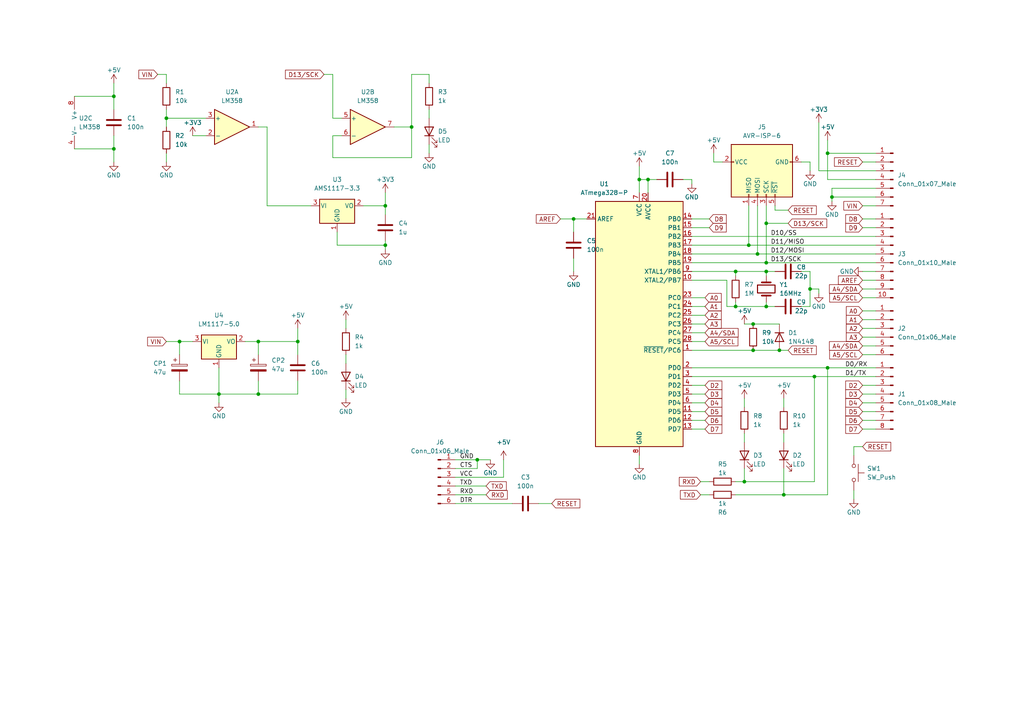
<source format=kicad_sch>
(kicad_sch (version 20211123) (generator eeschema)
  (paper "A4")
  (title_block (title "Tetiduino") (date "2023-02-13") (rev "0.0"))
  (lib_symbols
    (symbol "Amplifier_Operational:LM358" (pin_names (offset 0.127))
      (property "Reference" "U" (at 0 5.08 0))
      (property "Value" "LM358" (at 0 -5.08 0))
      (symbol "LM358_1_1"
        (polyline (pts (xy -5.08 5.08) (xy 5.08 0) (xy -5.08 -5.08) (xy -5.08 5.08)) (stroke (width 0.254)) (fill (type background)))
        (pin output line (at 7.62 0 180) (length 2.54) (name "~") (number "1"))
        (pin input line (at -7.62 -2.54 0) (length 2.54) (name "-") (number "2"))
        (pin input line (at -7.62 2.54 0) (length 2.54) (name "+") (number "3"))
      )
      (symbol "LM358_2_1"
        (polyline (pts (xy -5.08 5.08) (xy 5.08 0) (xy -5.08 -5.08) (xy -5.08 5.08)) (stroke (width 0.254)) (fill (type background)))
        (pin input line (at -7.62 2.54 0) (length 2.54) (name "+") (number "5"))
        (pin input line (at -7.62 -2.54 0) (length 2.54) (name "-") (number "6"))
        (pin output line (at 7.62 0 180) (length 2.54) (name "~") (number "7"))
      )
      (symbol "LM358_3_1"
        (pin power_in line (at -2.54 -7.62 90) (length 3.81) (name "V-") (number "4"))
        (pin power_in line (at -2.54 7.62 270) (length 3.81) (name "V+") (number "8"))
      )
    )
    (symbol "Connector:AVR-ISP-6" (pin_names (offset 1.016))
      (property "Reference" "J" (at -6.35 11.43 0))
      (property "Value" "AVR-ISP-6" (at 0 11.43 0))
      (symbol "AVR-ISP-6_0_1"
        (rectangle (start -2.667 -6.858) (end -2.413 -7.62))
        (rectangle (start -2.667 10.16) (end -2.413 9.398))
        (rectangle (start 7.62 -2.413) (end 6.858 -2.667))
        (rectangle (start 7.62 0.127) (end 6.858 -0.127))
        (rectangle (start 7.62 2.667) (end 6.858 2.413))
        (rectangle (start 7.62 5.207) (end 6.858 4.953))
        (rectangle (start 7.62 10.16) (end -7.62 -7.62) (stroke (width 0.254)) (fill (type background)))
      )
      (symbol "AVR-ISP-6_1_1"
        (pin passive line (at 10.16 5.08 180) (length 2.54) (name "MISO") (number "1"))
        (pin passive line (at -2.54 12.7 270) (length 2.54) (name "VCC") (number "2"))
        (pin passive line (at 10.16 0 180) (length 2.54) (name "SCK") (number "3"))
        (pin passive line (at 10.16 2.54 180) (length 2.54) (name "MOSI") (number "4"))
        (pin passive line (at 10.16 -2.54 180) (length 2.54) (name "~{RST}") (number "5"))
        (pin passive line (at -2.54 -10.16 90) (length 2.54) (name "GND") (number "6"))
      )
    )
    (symbol "Connector:Conn_01x06_Male" (pin_names (offset 1.016) hide)
      (property "Reference" "J" (at 0 7.62 0))
      (property "Value" "Conn_01x06_Male" (at 0 -10.16 0))
      (symbol "Conn_01x06_Male_1_1"
        (polyline (pts (xy 1.27 -7.62) (xy 0.8636 -7.62)) (stroke (width 0.1524)))
        (polyline (pts (xy 1.27 -5.08) (xy 0.8636 -5.08)) (stroke (width 0.1524)))
        (polyline (pts (xy 1.27 -2.54) (xy 0.8636 -2.54)) (stroke (width 0.1524)))
        (polyline (pts (xy 1.27 0) (xy 0.8636 0)) (stroke (width 0.1524)))
        (polyline (pts (xy 1.27 2.54) (xy 0.8636 2.54)) (stroke (width 0.1524)))
        (polyline (pts (xy 1.27 5.08) (xy 0.8636 5.08)) (stroke (width 0.1524)))
        (rectangle (start 0.8636 -7.493) (end 0 -7.747) (stroke (width 0.1524)) (fill (type outline)))
        (rectangle (start 0.8636 -4.953) (end 0 -5.207) (stroke (width 0.1524)) (fill (type outline)))
        (rectangle (start 0.8636 -2.413) (end 0 -2.667) (stroke (width 0.1524)) (fill (type outline)))
        (rectangle (start 0.8636 0.127) (end 0 -0.127) (stroke (width 0.1524)) (fill (type outline)))
        (rectangle (start 0.8636 2.667) (end 0 2.413) (stroke (width 0.1524)) (fill (type outline)))
        (rectangle (start 0.8636 5.207) (end 0 4.953) (stroke (width 0.1524)) (fill (type outline)))
        (pin passive line (at 5.08 5.08 180) (length 3.81) (name "Pin_1") (number "1"))
        (pin passive line (at 5.08 2.54 180) (length 3.81) (name "Pin_2") (number "2"))
        (pin passive line (at 5.08 0 180) (length 3.81) (name "Pin_3") (number "3"))
        (pin passive line (at 5.08 -2.54 180) (length 3.81) (name "Pin_4") (number "4"))
        (pin passive line (at 5.08 -5.08 180) (length 3.81) (name "Pin_5") (number "5"))
        (pin passive line (at 5.08 -7.62 180) (length 3.81) (name "Pin_6") (number "6"))
      )
    )
    (symbol "Connector:Conn_01x07_Male" (pin_names (offset 1.016) hide)
      (property "Reference" "J" (at 0 10.16 0))
      (property "Value" "Conn_01x07_Male" (at 0 -10.16 0))
      (symbol "Conn_01x07_Male_1_1"
        (polyline (pts (xy 1.27 -7.62) (xy 0.8636 -7.62)) (stroke (width 0.1524)))
        (polyline (pts (xy 1.27 -5.08) (xy 0.8636 -5.08)) (stroke (width 0.1524)))
        (polyline (pts (xy 1.27 -2.54) (xy 0.8636 -2.54)) (stroke (width 0.1524)))
        (polyline (pts (xy 1.27 0) (xy 0.8636 0)) (stroke (width 0.1524)))
        (polyline (pts (xy 1.27 2.54) (xy 0.8636 2.54)) (stroke (width 0.1524)))
        (polyline (pts (xy 1.27 5.08) (xy 0.8636 5.08)) (stroke (width 0.1524)))
        (polyline (pts (xy 1.27 7.62) (xy 0.8636 7.62)) (stroke (width 0.1524)))
        (rectangle (start 0.8636 -7.493) (end 0 -7.747) (stroke (width 0.1524)) (fill (type outline)))
        (rectangle (start 0.8636 -4.953) (end 0 -5.207) (stroke (width 0.1524)) (fill (type outline)))
        (rectangle (start 0.8636 -2.413) (end 0 -2.667) (stroke (width 0.1524)) (fill (type outline)))
        (rectangle (start 0.8636 0.127) (end 0 -0.127) (stroke (width 0.1524)) (fill (type outline)))
        (rectangle (start 0.8636 2.667) (end 0 2.413) (stroke (width 0.1524)) (fill (type outline)))
        (rectangle (start 0.8636 5.207) (end 0 4.953) (stroke (width 0.1524)) (fill (type outline)))
        (rectangle (start 0.8636 7.747) (end 0 7.493) (stroke (width 0.1524)) (fill (type outline)))
        (pin passive line (at 5.08 7.62 180) (length 3.81) (name "Pin_1") (number "1"))
        (pin passive line (at 5.08 5.08 180) (length 3.81) (name "Pin_2") (number "2"))
        (pin passive line (at 5.08 2.54 180) (length 3.81) (name "Pin_3") (number "3"))
        (pin passive line (at 5.08 0 180) (length 3.81) (name "Pin_4") (number "4"))
        (pin passive line (at 5.08 -2.54 180) (length 3.81) (name "Pin_5") (number "5"))
        (pin passive line (at 5.08 -5.08 180) (length 3.81) (name "Pin_6") (number "6"))
        (pin passive line (at 5.08 -7.62 180) (length 3.81) (name "Pin_7") (number "7"))
      )
    )
    (symbol "Connector:Conn_01x08_Male" (pin_names (offset 1.016) hide)
      (property "Reference" "J" (at 0 10.16 0))
      (property "Value" "Conn_01x08_Male" (at 0 -12.7 0))
      (symbol "Conn_01x08_Male_1_1"
        (polyline (pts (xy 1.27 -10.16) (xy 0.8636 -10.16)) (stroke (width 0.1524)))
        (polyline (pts (xy 1.27 -7.62) (xy 0.8636 -7.62)) (stroke (width 0.1524)))
        (polyline (pts (xy 1.27 -5.08) (xy 0.8636 -5.08)) (stroke (width 0.1524)))
        (polyline (pts (xy 1.27 -2.54) (xy 0.8636 -2.54)) (stroke (width 0.1524)))
        (polyline (pts (xy 1.27 0) (xy 0.8636 0)) (stroke (width 0.1524)))
        (polyline (pts (xy 1.27 2.54) (xy 0.8636 2.54)) (stroke (width 0.1524)))
        (polyline (pts (xy 1.27 5.08) (xy 0.8636 5.08)) (stroke (width 0.1524)))
        (polyline (pts (xy 1.27 7.62) (xy 0.8636 7.62)) (stroke (width 0.1524)))
        (rectangle (start 0.8636 -10.033) (end 0 -10.287) (stroke (width 0.1524)) (fill (type outline)))
        (rectangle (start 0.8636 -7.493) (end 0 -7.747) (stroke (width 0.1524)) (fill (type outline)))
        (rectangle (start 0.8636 -4.953) (end 0 -5.207) (stroke (width 0.1524)) (fill (type outline)))
        (rectangle (start 0.8636 -2.413) (end 0 -2.667) (stroke (width 0.1524)) (fill (type outline)))
        (rectangle (start 0.8636 0.127) (end 0 -0.127) (stroke (width 0.1524)) (fill (type outline)))
        (rectangle (start 0.8636 2.667) (end 0 2.413) (stroke (width 0.1524)) (fill (type outline)))
        (rectangle (start 0.8636 5.207) (end 0 4.953) (stroke (width 0.1524)) (fill (type outline)))
        (rectangle (start 0.8636 7.747) (end 0 7.493) (stroke (width 0.1524)) (fill (type outline)))
        (pin passive line (at 5.08 7.62 180) (length 3.81) (name "Pin_1") (number "1"))
        (pin passive line (at 5.08 5.08 180) (length 3.81) (name "Pin_2") (number "2"))
        (pin passive line (at 5.08 2.54 180) (length 3.81) (name "Pin_3") (number "3"))
        (pin passive line (at 5.08 0 180) (length 3.81) (name "Pin_4") (number "4"))
        (pin passive line (at 5.08 -2.54 180) (length 3.81) (name "Pin_5") (number "5"))
        (pin passive line (at 5.08 -5.08 180) (length 3.81) (name "Pin_6") (number "6"))
        (pin passive line (at 5.08 -7.62 180) (length 3.81) (name "Pin_7") (number "7"))
        (pin passive line (at 5.08 -10.16 180) (length 3.81) (name "Pin_8") (number "8"))
      )
    )
    (symbol "Connector:Conn_01x10_Male" (pin_names (offset 1.016) hide)
      (property "Reference" "J" (at 0 12.7 0))
      (property "Value" "Conn_01x10_Male" (at 0 -15.24 0))
      (symbol "Conn_01x10_Male_1_1"
        (polyline (pts (xy 1.27 -12.7) (xy 0.8636 -12.7)) (stroke (width 0.1524)))
        (polyline (pts (xy 1.27 -10.16) (xy 0.8636 -10.16)) (stroke (width 0.1524)))
        (polyline (pts (xy 1.27 -7.62) (xy 0.8636 -7.62)) (stroke (width 0.1524)))
        (polyline (pts (xy 1.27 -5.08) (xy 0.8636 -5.08)) (stroke (width 0.1524)))
        (polyline (pts (xy 1.27 -2.54) (xy 0.8636 -2.54)) (stroke (width 0.1524)))
        (polyline (pts (xy 1.27 0) (xy 0.8636 0)) (stroke (width 0.1524)))
        (polyline (pts (xy 1.27 2.54) (xy 0.8636 2.54)) (stroke (width 0.1524)))
        (polyline (pts (xy 1.27 5.08) (xy 0.8636 5.08)) (stroke (width 0.1524)))
        (polyline (pts (xy 1.27 7.62) (xy 0.8636 7.62)) (stroke (width 0.1524)))
        (polyline (pts (xy 1.27 10.16) (xy 0.8636 10.16)) (stroke (width 0.1524)))
        (rectangle (start 0.8636 -12.573) (end 0 -12.827) (stroke (width 0.1524)) (fill (type outline)))
        (rectangle (start 0.8636 -10.033) (end 0 -10.287) (stroke (width 0.1524)) (fill (type outline)))
        (rectangle (start 0.8636 -7.493) (end 0 -7.747) (stroke (width 0.1524)) (fill (type outline)))
        (rectangle (start 0.8636 -4.953) (end 0 -5.207) (stroke (width 0.1524)) (fill (type outline)))
        (rectangle (start 0.8636 -2.413) (end 0 -2.667) (stroke (width 0.1524)) (fill (type outline)))
        (rectangle (start 0.8636 0.127) (end 0 -0.127) (stroke (width 0.1524)) (fill (type outline)))
        (rectangle (start 0.8636 2.667) (end 0 2.413) (stroke (width 0.1524)) (fill (type outline)))
        (rectangle (start 0.8636 5.207) (end 0 4.953) (stroke (width 0.1524)) (fill (type outline)))
        (rectangle (start 0.8636 7.747) (end 0 7.493) (stroke (width 0.1524)) (fill (type outline)))
        (rectangle (start 0.8636 10.287) (end 0 10.033) (stroke (width 0.1524)) (fill (type outline)))
        (pin passive line (at 5.08 10.16 180) (length 3.81) (name "Pin_1") (number "1"))
        (pin passive line (at 5.08 -12.7 180) (length 3.81) (name "Pin_10") (number "10"))
        (pin passive line (at 5.08 7.62 180) (length 3.81) (name "Pin_2") (number "2"))
        (pin passive line (at 5.08 5.08 180) (length 3.81) (name "Pin_3") (number "3"))
        (pin passive line (at 5.08 2.54 180) (length 3.81) (name "Pin_4") (number "4"))
        (pin passive line (at 5.08 0 180) (length 3.81) (name "Pin_5") (number "5"))
        (pin passive line (at 5.08 -2.54 180) (length 3.81) (name "Pin_6") (number "6"))
        (pin passive line (at 5.08 -5.08 180) (length 3.81) (name "Pin_7") (number "7"))
        (pin passive line (at 5.08 -7.62 180) (length 3.81) (name "Pin_8") (number "8"))
        (pin passive line (at 5.08 -10.16 180) (length 3.81) (name "Pin_9") (number "9"))
      )
    )
    (symbol "Device:C" (pin_numbers hide) (pin_names (offset 0.254))
      (property "Reference" "C" (at 0.635 2.54 0))
      (property "Value" "C" (at 0.635 -2.54 0))
      (symbol "C_0_1"
        (polyline (pts (xy -2.032 -0.762) (xy 2.032 -0.762)) (stroke (width 0.508)))
        (polyline (pts (xy -2.032 0.762) (xy 2.032 0.762)) (stroke (width 0.508)))
      )
      (symbol "C_1_1"
        (pin passive line (at 0 3.81 270) (length 2.794) (name "~") (number "1"))
        (pin passive line (at 0 -3.81 90) (length 2.794) (name "~") (number "2"))
      )
    )
    (symbol "Device:C_Polarized" (pin_numbers hide) (pin_names (offset 0.254))
      (property "Reference" "C" (at 0.635 2.54 0))
      (property "Value" "C_Polarized" (at 0.635 -2.54 0))
      (symbol "C_Polarized_0_1"
        (rectangle (start -2.286 0.508) (end 2.286 1.016))
        (polyline (pts (xy -1.778 2.286) (xy -0.762 2.286)))
        (polyline (pts (xy -1.27 2.794) (xy -1.27 1.778)))
        (rectangle (start 2.286 -0.508) (end -2.286 -1.016) (fill (type outline)))
      )
      (symbol "C_Polarized_1_1"
        (pin passive line (at 0 3.81 270) (length 2.794) (name "~") (number "1"))
        (pin passive line (at 0 -3.81 90) (length 2.794) (name "~") (number "2"))
      )
    )
    (symbol "Device:Crystal" (pin_numbers hide) (pin_names (offset 1.016) hide)
      (property "Reference" "Y" (at 0 3.81 0))
      (property "Value" "Crystal" (at 0 -3.81 0))
      (symbol "Crystal_0_1"
        (rectangle (start -1.143 2.54) (end 1.143 -2.54) (stroke (width 0.3048)))
        (polyline (pts (xy -2.54 0) (xy -1.905 0)))
        (polyline (pts (xy -1.905 -1.27) (xy -1.905 1.27)) (stroke (width 0.508)))
        (polyline (pts (xy 1.905 -1.27) (xy 1.905 1.27)) (stroke (width 0.508)))
        (polyline (pts (xy 2.54 0) (xy 1.905 0)))
      )
      (symbol "Crystal_1_1"
        (pin passive line (at -3.81 0 0) (length 1.27) (name "1") (number "1"))
        (pin passive line (at 3.81 0 180) (length 1.27) (name "2") (number "2"))
      )
    )
    (symbol "Device:LED" (pin_numbers hide) (pin_names (offset 1.016) hide)
      (property "Reference" "D" (at 0 2.54 0))
      (property "Value" "LED" (at 0 -2.54 0))
      (symbol "LED_0_1"
        (polyline (pts (xy -1.27 -1.27) (xy -1.27 1.27)) (stroke (width 0.254)))
        (polyline (pts (xy -1.27 0) (xy 1.27 0)))
        (polyline (pts (xy 1.27 -1.27) (xy 1.27 1.27) (xy -1.27 0) (xy 1.27 -1.27)) (stroke (width 0.254)))
        (polyline (pts (xy -3.048 -0.762) (xy -4.572 -2.286) (xy -3.81 -2.286) (xy -4.572 -2.286) (xy -4.572 -1.524)))
        (polyline (pts (xy -1.778 -0.762) (xy -3.302 -2.286) (xy -2.54 -2.286) (xy -3.302 -2.286) (xy -3.302 -1.524)))
      )
      (symbol "LED_1_1"
        (pin passive line (at -3.81 0 0) (length 2.54) (name "K") (number "1"))
        (pin passive line (at 3.81 0 180) (length 2.54) (name "A") (number "2"))
      )
    )
    (symbol "Device:R" (pin_numbers hide) (pin_names (offset 0))
      (property "Reference" "R" (at 2.032 0 90))
      (property "Value" "R" (at 0 0 90))
      (symbol "R_0_1"
        (rectangle (start -1.016 -2.54) (end 1.016 2.54) (stroke (width 0.254)))
      )
      (symbol "R_1_1"
        (pin passive line (at 0 3.81 270) (length 1.27) (name "~") (number "1"))
        (pin passive line (at 0 -3.81 90) (length 1.27) (name "~") (number "2"))
      )
    )
    (symbol "Diode:1N4148" (pin_numbers hide) (pin_names hide)
      (property "Reference" "D" (at 0 2.54 0))
      (property "Value" "1N4148" (at 0 -2.54 0))
      (symbol "1N4148_0_1"
        (polyline (pts (xy -1.27 1.27) (xy -1.27 -1.27)) (stroke (width 0.254)))
        (polyline (pts (xy 1.27 0) (xy -1.27 0)))
        (polyline (pts (xy 1.27 1.27) (xy 1.27 -1.27) (xy -1.27 0) (xy 1.27 1.27)) (stroke (width 0.254)))
      )
      (symbol "1N4148_1_1"
        (pin passive line (at -3.81 0 0) (length 2.54) (name "K") (number "1"))
        (pin passive line (at 3.81 0 180) (length 2.54) (name "A") (number "2"))
      )
    )
    (symbol "MCU_Microchip_ATmega:ATmega328-P"
      (property "Reference" "U" (at -12.7 36.83 0))
      (property "Value" "ATmega328-P" (at 2.54 -36.83 0))
      (symbol "ATmega328-P_0_1"
        (rectangle (start -12.7 -35.56) (end 12.7 35.56) (stroke (width 0.254)) (fill (type background)))
      )
      (symbol "ATmega328-P_1_1"
        (pin bidirectional line (at 15.24 -7.62 180) (length 2.54) (name "~{RESET}/PC6") (number "1"))
        (pin bidirectional line (at 15.24 12.7 180) (length 2.54) (name "XTAL2/PB7") (number "10"))
        (pin bidirectional line (at 15.24 -25.4 180) (length 2.54) (name "PD5") (number "11"))
        (pin bidirectional line (at 15.24 -27.94 180) (length 2.54) (name "PD6") (number "12"))
        (pin bidirectional line (at 15.24 -30.48 180) (length 2.54) (name "PD7") (number "13"))
        (pin bidirectional line (at 15.24 30.48 180) (length 2.54) (name "PB0") (number "14"))
        (pin bidirectional line (at 15.24 27.94 180) (length 2.54) (name "PB1") (number "15"))
        (pin bidirectional line (at 15.24 25.4 180) (length 2.54) (name "PB2") (number "16"))
        (pin bidirectional line (at 15.24 22.86 180) (length 2.54) (name "PB3") (number "17"))
        (pin bidirectional line (at 15.24 20.32 180) (length 2.54) (name "PB4") (number "18"))
        (pin bidirectional line (at 15.24 17.78 180) (length 2.54) (name "PB5") (number "19"))
        (pin bidirectional line (at 15.24 -12.7 180) (length 2.54) (name "PD0") (number "2"))
        (pin power_in line (at 2.54 38.1 270) (length 2.54) (name "AVCC") (number "20"))
        (pin passive line (at -15.24 30.48 0) (length 2.54) (name "AREF") (number "21"))
        (pin passive line (at 0 -38.1 90) (length 2.54) hide (name "GND") (number "22"))
        (pin bidirectional line (at 15.24 7.62 180) (length 2.54) (name "PC0") (number "23"))
        (pin bidirectional line (at 15.24 5.08 180) (length 2.54) (name "PC1") (number "24"))
        (pin bidirectional line (at 15.24 2.54 180) (length 2.54) (name "PC2") (number "25"))
        (pin bidirectional line (at 15.24 0 180) (length 2.54) (name "PC3") (number "26"))
        (pin bidirectional line (at 15.24 -2.54 180) (length 2.54) (name "PC4") (number "27"))
        (pin bidirectional line (at 15.24 -5.08 180) (length 2.54) (name "PC5") (number "28"))
        (pin bidirectional line (at 15.24 -15.24 180) (length 2.54) (name "PD1") (number "3"))
        (pin bidirectional line (at 15.24 -17.78 180) (length 2.54) (name "PD2") (number "4"))
        (pin bidirectional line (at 15.24 -20.32 180) (length 2.54) (name "PD3") (number "5"))
        (pin bidirectional line (at 15.24 -22.86 180) (length 2.54) (name "PD4") (number "6"))
        (pin power_in line (at 0 38.1 270) (length 2.54) (name "VCC") (number "7"))
        (pin power_in line (at 0 -38.1 90) (length 2.54) (name "GND") (number "8"))
        (pin bidirectional line (at 15.24 15.24 180) (length 2.54) (name "XTAL1/PB6") (number "9"))
      )
    )
    (symbol "Regulator_Linear:AMS1117-3.3" (pin_names (offset 0.254))
      (property "Reference" "U" (at -3.81 3.175 0))
      (property "Value" "AMS1117-3.3" (at 0 3.175 0))
      (symbol "AMS1117-3.3_0_1"
        (rectangle (start -5.08 -5.08) (end 5.08 1.905) (stroke (width 0.254)) (fill (type background)))
      )
      (symbol "AMS1117-3.3_1_1"
        (pin power_in line (at 0 -7.62 90) (length 2.54) (name "GND") (number "1"))
        (pin power_out line (at 7.62 0 180) (length 2.54) (name "VO") (number "2"))
        (pin power_in line (at -7.62 0 0) (length 2.54) (name "VI") (number "3"))
      )
    )
    (symbol "Regulator_Linear:LM1117-5.0" (pin_names (offset 0.254))
      (property "Reference" "U" (at -3.81 3.175 0))
      (property "Value" "LM1117-5.0" (at 0 3.175 0))
      (symbol "LM1117-5.0_0_1"
        (rectangle (start -5.08 -5.08) (end 5.08 1.905) (stroke (width 0.254)) (fill (type background)))
      )
      (symbol "LM1117-5.0_1_1"
        (pin power_in line (at 0 -7.62 90) (length 2.54) (name "GND") (number "1"))
        (pin power_out line (at 7.62 0 180) (length 2.54) (name "VO") (number "2"))
        (pin power_in line (at -7.62 0 0) (length 2.54) (name "VI") (number "3"))
      )
    )
    (symbol "Switch:SW_Push" (pin_numbers hide) (pin_names (offset 1.016) hide)
      (property "Reference" "SW" (at 1.27 2.54 0))
      (property "Value" "SW_Push" (at 0 -1.524 0))
      (symbol "SW_Push_0_1"
        (circle (center -2.032 0) (radius 0.508))
        (polyline (pts (xy 0 1.27) (xy 0 3.048)))
        (polyline (pts (xy 2.54 1.27) (xy -2.54 1.27)))
        (circle (center 2.032 0) (radius 0.508))
        (pin passive line (at -5.08 0 0) (length 2.54) (name "1") (number "1"))
        (pin passive line (at 5.08 0 180) (length 2.54) (name "2") (number "2"))
      )
    )
    (symbol "power:+3V3" (power) (pin_names (offset 0))
      (property "Value" "+3V3" (at 0 3.556 0))
      (symbol "+3V3_0_1"
        (polyline (pts (xy -0.762 1.27) (xy 0 2.54)))
        (polyline (pts (xy 0 0) (xy 0 2.54)))
        (polyline (pts (xy 0 2.54) (xy 0.762 1.27)))
      )
      (symbol "+3V3_1_1"
        (pin power_in line (at 0 0 90) (length 0) hide (name "+3V3") (number "1"))
      )
    )
    (symbol "power:+5V" (power) (pin_names (offset 0))
      (property "Value" "+5V" (at 0 3.556 0))
      (symbol "+5V_0_1"
        (polyline (pts (xy -0.762 1.27) (xy 0 2.54)))
        (polyline (pts (xy 0 0) (xy 0 2.54)))
        (polyline (pts (xy 0 2.54) (xy 0.762 1.27)))
      )
      (symbol "+5V_1_1"
        (pin power_in line (at 0 0 90) (length 0) hide (name "+5V") (number "1"))
      )
    )
    (symbol "power:GND" (power) (pin_names (offset 0))
      (property "Value" "GND" (at 0 -3.81 0))
      (symbol "GND_0_1"
        (polyline (pts (xy 0 0) (xy 0 -1.27) (xy 1.27 -1.27) (xy 0 -2.54) (xy -1.27 -1.27) (xy 0 -1.27)))
      )
      (symbol "GND_1_1"
        (pin power_in line (at 0 0 270) (length 0) hide (name "GND") (number "1"))
      )
    )
  )
  (junction (at 111.76 59.69))
  (junction (at 213.36 88.9))
  (junction (at 74.93 99.06))
  (junction (at 33.02 43.18))
  (junction (at 240.03 44.45))
  (junction (at 63.5 114.3))
  (junction (at 217.17 71.12))
  (junction (at 119.38 36.83))
  (junction (at 222.25 78.74))
  (junction (at 219.71 73.66))
  (junction (at 86.36 99.06))
  (junction (at 222.25 76.2))
  (junction (at 218.44 93.98))
  (junction (at 236.22 109.22))
  (junction (at 218.44 101.6))
  (junction (at 234.95 83.82))
  (junction (at 52.07 99.06))
  (junction (at 48.26 34.29))
  (junction (at 213.36 78.74))
  (junction (at 33.02 27.94))
  (junction (at 226.06 101.6))
  (junction (at 111.76 71.12))
  (junction (at 222.25 88.9))
  (junction (at 166.37 63.5))
  (junction (at 74.93 114.3))
  (junction (at 185.42 52.07))
  (junction (at 138.43 133.35))
  (junction (at 227.33 143.51))
  (junction (at 222.25 64.77))
  (junction (at 240.03 106.68))
  (junction (at 187.96 52.07))
  (junction (at 241.3 57.15))
  (junction (at 215.9 139.7))
  (wire (pts (xy 86.36 102.87) (xy 86.36 99.06)))
  (wire (pts (xy 213.36 78.74) (xy 213.36 80.01)))
  (wire (pts (xy 200.66 81.28) (xy 210.82 81.28)))
  (wire (pts (xy 247.65 129.54) (xy 250.19 129.54)))
  (wire (pts (xy 227.33 125.73) (xy 227.33 128.27)))
  (wire (pts (xy 111.76 55.88) (xy 111.76 59.69)))
  (wire (pts (xy 77.47 59.69) (xy 90.17 59.69)))
  (wire (pts (xy 226.06 101.6) (xy 228.6 101.6)))
  (wire (pts (xy 45.72 21.59) (xy 48.26 21.59)))
  (wire (pts (xy 215.9 93.98) (xy 218.44 93.98)))
  (wire (pts (xy 200.66 116.84) (xy 204.47 116.84)))
  (wire (pts (xy 222.25 64.77) (xy 222.25 76.2)))
  (wire (pts (xy 96.52 34.29) (xy 99.06 34.29)))
  (wire (pts (xy 138.43 135.89) (xy 138.43 133.35)))
  (wire (pts (xy 210.82 81.28) (xy 210.82 88.9)))
  (wire (pts (xy 237.49 83.82) (xy 237.49 85.09)))
  (wire (pts (xy 200.66 66.04) (xy 205.74 66.04)))
  (wire (pts (xy 250.19 78.74) (xy 254 78.74)))
  (wire (pts (xy 97.79 71.12) (xy 111.76 71.12)))
  (wire (pts (xy 250.19 102.87) (xy 254 102.87)))
  (wire (pts (xy 207.01 46.99) (xy 209.55 46.99)))
  (wire (pts (xy 241.3 57.15) (xy 254 57.15)))
  (wire (pts (xy 200.66 93.98) (xy 204.47 93.98)))
  (wire (pts (xy 227.33 143.51) (xy 240.03 143.51)))
  (wire (pts (xy 213.36 88.9) (xy 222.25 88.9)))
  (wire (pts (xy 219.71 59.69) (xy 219.71 73.66)))
  (wire (pts (xy 200.66 119.38) (xy 204.47 119.38)))
  (wire (pts (xy 200.66 101.6) (xy 218.44 101.6)))
  (wire (pts (xy 124.46 21.59) (xy 119.38 21.59)))
  (wire (pts (xy 241.3 57.15) (xy 241.3 58.42)))
  (wire (pts (xy 247.65 132.08) (xy 247.65 129.54)))
  (wire (pts (xy 63.5 116.84) (xy 63.5 114.3)))
  (wire (pts (xy 200.66 76.2) (xy 222.25 76.2)))
  (wire (pts (xy 33.02 31.75) (xy 33.02 27.94)))
  (wire (pts (xy 200.66 99.06) (xy 204.47 99.06)))
  (wire (pts (xy 21.59 43.18) (xy 33.02 43.18)))
  (wire (pts (xy 96.52 21.59) (xy 96.52 34.29)))
  (wire (pts (xy 222.25 76.2) (xy 254 76.2)))
  (wire (pts (xy 250.19 90.17) (xy 254 90.17)))
  (wire (pts (xy 222.25 59.69) (xy 222.25 64.77)))
  (wire (pts (xy 63.5 114.3) (xy 74.93 114.3)))
  (wire (pts (xy 124.46 41.91) (xy 124.46 44.45)))
  (wire (pts (xy 200.66 88.9) (xy 204.47 88.9)))
  (wire (pts (xy 198.12 52.07) (xy 200.66 52.07)))
  (wire (pts (xy 132.08 143.51) (xy 140.97 143.51)))
  (wire (pts (xy 250.19 119.38) (xy 254 119.38)))
  (wire (pts (xy 185.42 52.07) (xy 187.96 52.07)))
  (wire (pts (xy 250.19 46.99) (xy 254 46.99)))
  (wire (pts (xy 222.25 78.74) (xy 222.25 80.01)))
  (wire (pts (xy 203.2 143.51) (xy 205.74 143.51)))
  (wire (pts (xy 166.37 74.93) (xy 166.37 78.74)))
  (wire (pts (xy 215.9 115.57) (xy 215.9 118.11)))
  (wire (pts (xy 200.66 86.36) (xy 204.47 86.36)))
  (wire (pts (xy 250.19 83.82) (xy 254 83.82)))
  (wire (pts (xy 185.42 48.26) (xy 185.42 52.07)))
  (wire (pts (xy 207.01 44.45) (xy 207.01 46.99)))
  (wire (pts (xy 200.66 78.74) (xy 213.36 78.74)))
  (wire (pts (xy 234.95 83.82) (xy 234.95 88.9)))
  (wire (pts (xy 200.66 52.07) (xy 200.66 53.34)))
  (wire (pts (xy 111.76 71.12) (xy 111.76 72.39)))
  (wire (pts (xy 217.17 71.12) (xy 254 71.12)))
  (wire (pts (xy 250.19 114.3) (xy 254 114.3)))
  (wire (pts (xy 124.46 31.75) (xy 124.46 34.29)))
  (wire (pts (xy 224.79 60.96) (xy 228.6 60.96)))
  (wire (pts (xy 187.96 52.07) (xy 187.96 55.88)))
  (wire (pts (xy 247.65 142.24) (xy 247.65 144.78)))
  (wire (pts (xy 96.52 39.37) (xy 96.52 45.72)))
  (wire (pts (xy 105.41 59.69) (xy 111.76 59.69)))
  (wire (pts (xy 48.26 31.75) (xy 48.26 34.29)))
  (wire (pts (xy 250.19 121.92) (xy 254 121.92)))
  (wire (pts (xy 48.26 34.29) (xy 48.26 36.83)))
  (wire (pts (xy 218.44 101.6) (xy 226.06 101.6)))
  (wire (pts (xy 74.93 110.49) (xy 74.93 114.3)))
  (wire (pts (xy 146.05 133.35) (xy 146.05 138.43)))
  (wire (pts (xy 222.25 87.63) (xy 222.25 88.9)))
  (wire (pts (xy 119.38 36.83) (xy 114.3 36.83)))
  (wire (pts (xy 240.03 44.45) (xy 254 44.45)))
  (wire (pts (xy 224.79 59.69) (xy 224.79 60.96)))
  (wire (pts (xy 250.19 111.76) (xy 254 111.76)))
  (wire (pts (xy 232.41 46.99) (xy 234.95 46.99)))
  (wire (pts (xy 234.95 46.99) (xy 234.95 49.53)))
  (wire (pts (xy 232.41 88.9) (xy 234.95 88.9)))
  (wire (pts (xy 250.19 66.04) (xy 254 66.04)))
  (wire (pts (xy 250.19 97.79) (xy 254 97.79)))
  (wire (pts (xy 100.33 102.87) (xy 100.33 105.41)))
  (wire (pts (xy 227.33 135.89) (xy 227.33 143.51)))
  (wire (pts (xy 77.47 36.83) (xy 77.47 59.69)))
  (wire (pts (xy 234.95 78.74) (xy 234.95 83.82)))
  (wire (pts (xy 200.66 111.76) (xy 204.47 111.76)))
  (wire (pts (xy 200.66 73.66) (xy 219.71 73.66)))
  (wire (pts (xy 63.5 106.68) (xy 63.5 114.3)))
  (wire (pts (xy 48.26 21.59) (xy 48.26 24.13)))
  (wire (pts (xy 213.36 139.7) (xy 215.9 139.7)))
  (wire (pts (xy 86.36 114.3) (xy 74.93 114.3)))
  (wire (pts (xy 215.9 135.89) (xy 215.9 139.7)))
  (wire (pts (xy 132.08 133.35) (xy 138.43 133.35)))
  (wire (pts (xy 222.25 64.77) (xy 228.6 64.77)))
  (wire (pts (xy 240.03 44.45) (xy 240.03 40.64)))
  (wire (pts (xy 217.17 59.69) (xy 217.17 71.12)))
  (wire (pts (xy 185.42 132.08) (xy 185.42 134.62)))
  (wire (pts (xy 132.08 146.05) (xy 148.59 146.05)))
  (wire (pts (xy 97.79 67.31) (xy 97.79 71.12)))
  (wire (pts (xy 250.19 100.33) (xy 254 100.33)))
  (wire (pts (xy 100.33 92.71) (xy 100.33 95.25)))
  (wire (pts (xy 241.3 54.61) (xy 241.3 57.15)))
  (wire (pts (xy 52.07 110.49) (xy 52.07 114.3)))
  (wire (pts (xy 52.07 114.3) (xy 63.5 114.3)))
  (wire (pts (xy 213.36 78.74) (xy 222.25 78.74)))
  (wire (pts (xy 48.26 99.06) (xy 52.07 99.06)))
  (wire (pts (xy 132.08 140.97) (xy 140.97 140.97)))
  (wire (pts (xy 119.38 21.59) (xy 119.38 36.83)))
  (wire (pts (xy 48.26 44.45) (xy 48.26 46.99)))
  (wire (pts (xy 250.19 92.71) (xy 254 92.71)))
  (wire (pts (xy 250.19 81.28) (xy 254 81.28)))
  (wire (pts (xy 33.02 27.94) (xy 21.59 27.94)))
  (wire (pts (xy 250.19 116.84) (xy 254 116.84)))
  (wire (pts (xy 237.49 49.53) (xy 254 49.53)))
  (wire (pts (xy 185.42 55.88) (xy 185.42 52.07)))
  (wire (pts (xy 132.08 135.89) (xy 138.43 135.89)))
  (wire (pts (xy 210.82 88.9) (xy 213.36 88.9)))
  (wire (pts (xy 132.08 138.43) (xy 146.05 138.43)))
  (wire (pts (xy 250.19 59.69) (xy 254 59.69)))
  (wire (pts (xy 111.76 69.85) (xy 111.76 71.12)))
  (wire (pts (xy 200.66 106.68) (xy 240.03 106.68)))
  (wire (pts (xy 203.2 139.7) (xy 205.74 139.7)))
  (wire (pts (xy 218.44 93.98) (xy 226.06 93.98)))
  (wire (pts (xy 48.26 34.29) (xy 59.69 34.29)))
  (wire (pts (xy 55.88 39.37) (xy 59.69 39.37)))
  (wire (pts (xy 240.03 52.07) (xy 240.03 44.45)))
  (wire (pts (xy 200.66 71.12) (xy 217.17 71.12)))
  (wire (pts (xy 119.38 45.72) (xy 119.38 36.83)))
  (wire (pts (xy 93.98 21.59) (xy 96.52 21.59)))
  (wire (pts (xy 254 54.61) (xy 241.3 54.61)))
  (wire (pts (xy 236.22 109.22) (xy 236.22 139.7)))
  (wire (pts (xy 200.66 63.5) (xy 205.74 63.5)))
  (wire (pts (xy 74.93 99.06) (xy 74.93 102.87)))
  (wire (pts (xy 200.66 96.52) (xy 204.47 96.52)))
  (wire (pts (xy 240.03 106.68) (xy 254 106.68)))
  (wire (pts (xy 219.71 73.66) (xy 254 73.66)))
  (wire (pts (xy 187.96 52.07) (xy 190.5 52.07)))
  (wire (pts (xy 200.66 91.44) (xy 204.47 91.44)))
  (wire (pts (xy 86.36 110.49) (xy 86.36 114.3)))
  (wire (pts (xy 138.43 133.35) (xy 142.24 133.35)))
  (wire (pts (xy 100.33 113.03) (xy 100.33 115.57)))
  (wire (pts (xy 254 52.07) (xy 240.03 52.07)))
  (wire (pts (xy 77.47 36.83) (xy 74.93 36.83)))
  (wire (pts (xy 200.66 68.58) (xy 254 68.58)))
  (wire (pts (xy 215.9 125.73) (xy 215.9 128.27)))
  (wire (pts (xy 86.36 95.25) (xy 86.36 99.06)))
  (wire (pts (xy 52.07 99.06) (xy 52.07 102.87)))
  (wire (pts (xy 250.19 86.36) (xy 254 86.36)))
  (wire (pts (xy 156.21 146.05) (xy 160.02 146.05)))
  (wire (pts (xy 99.06 39.37) (xy 96.52 39.37)))
  (wire (pts (xy 215.9 139.7) (xy 236.22 139.7)))
  (wire (pts (xy 33.02 24.13) (xy 33.02 27.94)))
  (wire (pts (xy 200.66 124.46) (xy 204.47 124.46)))
  (wire (pts (xy 237.49 35.56) (xy 237.49 49.53)))
  (wire (pts (xy 200.66 121.92) (xy 204.47 121.92)))
  (wire (pts (xy 124.46 24.13) (xy 124.46 21.59)))
  (wire (pts (xy 33.02 43.18) (xy 33.02 46.99)))
  (wire (pts (xy 236.22 109.22) (xy 254 109.22)))
  (wire (pts (xy 86.36 99.06) (xy 74.93 99.06)))
  (wire (pts (xy 240.03 106.68) (xy 240.03 143.51)))
  (wire (pts (xy 71.12 99.06) (xy 74.93 99.06)))
  (wire (pts (xy 213.36 87.63) (xy 213.36 88.9)))
  (wire (pts (xy 33.02 43.18) (xy 33.02 39.37)))
  (wire (pts (xy 222.25 88.9) (xy 224.79 88.9)))
  (wire (pts (xy 213.36 143.51) (xy 227.33 143.51)))
  (wire (pts (xy 166.37 63.5) (xy 170.18 63.5)))
  (wire (pts (xy 200.66 114.3) (xy 204.47 114.3)))
  (wire (pts (xy 52.07 99.06) (xy 55.88 99.06)))
  (wire (pts (xy 250.19 95.25) (xy 254 95.25)))
  (wire (pts (xy 234.95 83.82) (xy 237.49 83.82)))
  (wire (pts (xy 96.52 45.72) (xy 119.38 45.72)))
  (wire (pts (xy 222.25 78.74) (xy 224.79 78.74)))
  (wire (pts (xy 232.41 78.74) (xy 234.95 78.74)))
  (wire (pts (xy 250.19 124.46) (xy 254 124.46)))
  (wire (pts (xy 166.37 63.5) (xy 166.37 67.31)))
  (wire (pts (xy 227.33 115.57) (xy 227.33 118.11)))
  (wire (pts (xy 200.66 109.22) (xy 236.22 109.22)))
  (wire (pts (xy 250.19 63.5) (xy 254 63.5)))
  (wire (pts (xy 111.76 59.69) (xy 111.76 62.23)))
  (wire (pts (xy 162.56 63.5) (xy 166.37 63.5)))
  (label "D10{slash}SS" (at 223.52 68.58 0))
  (label "D0{slash}RX" (at 245.11 106.68 0))
  (label "RXD" (at 133.35 143.51 0))
  (label "D11{slash}MISO" (at 223.52 71.12 0))
  (label "VCC" (at 133.35 138.43 0))
  (label "D12{slash}MOSI" (at 223.52 73.66 0))
  (label "D1{slash}TX" (at 245.11 109.22 0))
  (label "DTR" (at 133.35 146.05 0))
  (label "TXD" (at 133.35 140.97 0))
  (label "GND" (at 133.35 133.35 0))
  (label "D13{slash}SCK" (at 223.52 76.2 0))
  (label "CTS" (at 133.35 135.89 0))
  (global_label "TXD" (shape input) (at 203.2 143.51 180) (property "Intersheet References" "${INTERSHEET_REFS}" (effects hide)))
  (global_label "RESET" (shape input) (at 250.19 46.99 180) (property "Intersheet References" "${INTERSHEET_REFS}" (effects hide)))
  (global_label "A0" (shape input) (at 250.19 90.17 180) (property "Intersheet References" "${INTERSHEET_REFS}" (effects hide)))
  (global_label "A1" (shape input) (at 250.19 92.71 180) (property "Intersheet References" "${INTERSHEET_REFS}" (effects hide)))
  (global_label "D6" (shape input) (at 250.19 121.92 180) (property "Intersheet References" "${INTERSHEET_REFS}" (effects hide)))
  (global_label "D8" (shape input) (at 205.74 63.5 0) (property "Intersheet References" "${INTERSHEET_REFS}" (effects hide)))
  (global_label "A2" (shape input) (at 250.19 95.25 180) (property "Intersheet References" "${INTERSHEET_REFS}" (effects hide)))
  (global_label "A3" (shape input) (at 250.19 97.79 180) (property "Intersheet References" "${INTERSHEET_REFS}" (effects hide)))
  (global_label "A4{slash}SDA" (shape input) (at 250.19 83.82 180) (property "Intersheet References" "${INTERSHEET_REFS}" (effects hide)))
  (global_label "D7" (shape input) (at 204.47 124.46 0) (property "Intersheet References" "${INTERSHEET_REFS}" (effects hide)))
  (global_label "D5" (shape input) (at 250.19 119.38 180) (property "Intersheet References" "${INTERSHEET_REFS}" (effects hide)))
  (global_label "RESET" (shape input) (at 228.6 60.96 0) (property "Intersheet References" "${INTERSHEET_REFS}" (effects hide)))
  (global_label "D9" (shape input) (at 205.74 66.04 0) (property "Intersheet References" "${INTERSHEET_REFS}" (effects hide)))
  (global_label "AREF" (shape input) (at 250.19 81.28 180) (property "Intersheet References" "${INTERSHEET_REFS}" (effects hide)))
  (global_label "D13{slash}SCK" (shape input) (at 93.98 21.59 180) (property "Intersheet References" "${INTERSHEET_REFS}" (effects hide)))
  (global_label "TXD" (shape input) (at 140.97 140.97 0) (property "Intersheet References" "${INTERSHEET_REFS}" (effects hide)))
  (global_label "D2" (shape input) (at 204.47 111.76 0) (property "Intersheet References" "${INTERSHEET_REFS}" (effects hide)))
  (global_label "RXD" (shape input) (at 203.2 139.7 180) (property "Intersheet References" "${INTERSHEET_REFS}" (effects hide)))
  (global_label "D4" (shape input) (at 250.19 116.84 180) (property "Intersheet References" "${INTERSHEET_REFS}" (effects hide)))
  (global_label "D2" (shape input) (at 250.19 111.76 180) (property "Intersheet References" "${INTERSHEET_REFS}" (effects hide)))
  (global_label "RESET" (shape input) (at 160.02 146.05 0) (property "Intersheet References" "${INTERSHEET_REFS}" (effects hide)))
  (global_label "A3" (shape input) (at 204.47 93.98 0) (property "Intersheet References" "${INTERSHEET_REFS}" (effects hide)))
  (global_label "AREF" (shape input) (at 162.56 63.5 180) (property "Intersheet References" "${INTERSHEET_REFS}" (effects hide)))
  (global_label "D9" (shape input) (at 250.19 66.04 180) (property "Intersheet References" "${INTERSHEET_REFS}" (effects hide)))
  (global_label "A1" (shape input) (at 204.47 88.9 0) (property "Intersheet References" "${INTERSHEET_REFS}" (effects hide)))
  (global_label "RESET" (shape input) (at 250.19 129.54 0) (property "Intersheet References" "${INTERSHEET_REFS}" (effects hide)))
  (global_label "D3" (shape input) (at 250.19 114.3 180) (property "Intersheet References" "${INTERSHEET_REFS}" (effects hide)))
  (global_label "RESET" (shape input) (at 228.6 101.6 0) (property "Intersheet References" "${INTERSHEET_REFS}" (effects hide)))
  (global_label "VIN" (shape input) (at 48.26 99.06 180) (property "Intersheet References" "${INTERSHEET_REFS}" (effects hide)))
  (global_label "D6" (shape input) (at 204.47 121.92 0) (property "Intersheet References" "${INTERSHEET_REFS}" (effects hide)))
  (global_label "D3" (shape input) (at 204.47 114.3 0) (property "Intersheet References" "${INTERSHEET_REFS}" (effects hide)))
  (global_label "VIN" (shape input) (at 45.72 21.59 180) (property "Intersheet References" "${INTERSHEET_REFS}" (effects hide)))
  (global_label "D5" (shape input) (at 204.47 119.38 0) (property "Intersheet References" "${INTERSHEET_REFS}" (effects hide)))
  (global_label "A4{slash}SDA" (shape input) (at 204.47 96.52 0) (property "Intersheet References" "${INTERSHEET_REFS}" (effects hide)))
  (global_label "VIN" (shape input) (at 250.19 59.69 180) (property "Intersheet References" "${INTERSHEET_REFS}" (effects hide)))
  (global_label "A5{slash}SCL" (shape input) (at 250.19 86.36 180) (property "Intersheet References" "${INTERSHEET_REFS}" (effects hide)))
  (global_label "A0" (shape input) (at 204.47 86.36 0) (property "Intersheet References" "${INTERSHEET_REFS}" (effects hide)))
  (global_label "A2" (shape input) (at 204.47 91.44 0) (property "Intersheet References" "${INTERSHEET_REFS}" (effects hide)))
  (global_label "D8" (shape input) (at 250.19 63.5 180) (property "Intersheet References" "${INTERSHEET_REFS}" (effects hide)))
  (global_label "A4{slash}SDA" (shape input) (at 250.19 100.33 180) (property "Intersheet References" "${INTERSHEET_REFS}" (effects hide)))
  (global_label "A5{slash}SCL" (shape input) (at 204.47 99.06 0) (property "Intersheet References" "${INTERSHEET_REFS}" (effects hide)))
  (global_label "D7" (shape input) (at 250.19 124.46 180) (property "Intersheet References" "${INTERSHEET_REFS}" (effects hide)))
  (global_label "D13{slash}SCK" (shape input) (at 228.6 64.77 0) (property "Intersheet References" "${INTERSHEET_REFS}" (effects hide)))
  (global_label "D4" (shape input) (at 204.47 116.84 0) (property "Intersheet References" "${INTERSHEET_REFS}" (effects hide)))
  (global_label "A5{slash}SCL" (shape input) (at 250.19 102.87 180) (property "Intersheet References" "${INTERSHEET_REFS}" (effects hide)))
  (global_label "RXD" (shape input) (at 140.97 143.51 0) (property "Intersheet References" "${INTERSHEET_REFS}" (effects hide)))
  (symbol (lib_id "power:GND") (at 250.19 78.74 270) (unit 1)
    (property "Reference" "#PWR0106" (effects hide))
    (property "Value" "GND" (at 247.65 78.74 90) (effects (justify right)))
  )
  (symbol (lib_id "Switch:SW_Push") (at 247.65 137.16 270) (unit 1)
    (property "Reference" "SW1" (at 251.46 135.8899 90) (effects (justify left)))
    (property "Value" "SW_Push" (at 251.46 138.4299 90) (effects (justify left)))
    (property "Footprint" "Button_Switch_THT:SW_PUSH_6mm" (effects hide))
  )
  (symbol (lib_id "power:GND") (at 124.46 44.45 0) (unit 1)
    (property "Reference" "#PWR0120" (effects hide))
    (property "Value" "GND" (at 124.46 48.26 0))
  )
  (symbol (lib_id "power:GND") (at 247.65 144.78 0) (unit 1)
    (property "Reference" "#PWR0111" (effects hide))
    (property "Value" "GND" (at 247.65 148.59 0))
  )
  (symbol (lib_id "power:+5V") (at 33.02 24.13 0) (unit 1)
    (property "Reference" "#PWR0124" (effects hide))
    (property "Value" "+5V" (at 33.02 20.32 0))
  )
  (symbol (lib_id "power:GND") (at 142.24 133.35 0) (mirror y) (unit 1)
    (property "Reference" "#PWR0118" (effects hide))
    (property "Value" "GND" (at 142.24 137.16 0))
  )
  (symbol (lib_id "Connector:Conn_01x08_Male") (at 259.08 114.3 0) (mirror y) (unit 1)
    (property "Reference" "J1" (at 260.35 114.2999 0) (effects (justify right)))
    (property "Value" "Conn_01x08_Male" (at 260.35 116.8399 0) (effects (justify right)))
    (property "Footprint" "Connector_PinSocket_2.54mm:PinSocket_1x08_P2.54mm_Vertical" (effects hide))
  )
  (symbol (lib_id "power:GND") (at 234.95 49.53 0) (unit 1)
    (property "Reference" "#PWR0110" (effects hide))
    (property "Value" "GND" (at 234.95 53.34 0))
  )
  (symbol (lib_id "power:+5V") (at 227.33 115.57 0) (unit 1)
    (property "Reference" "#PWR0107" (effects hide))
    (property "Value" "+5V" (at 227.33 111.76 0))
  )
  (symbol (lib_id "Device:C") (at 194.31 52.07 90) (unit 1)
    (property "Reference" "C7" (at 194.31 44.45 90))
    (property "Value" "100n" (at 194.31 46.99 90))
    (property "Footprint" "Capacitor_THT:C_Axial_L3.8mm_D2.6mm_P7.50mm_Horizontal" (effects hide))
  )
  (symbol (lib_id "power:+5V") (at 207.01 44.45 0) (unit 1)
    (property "Reference" "#PWR0103" (effects hide))
    (property "Value" "+5V" (at 207.01 40.64 0))
  )
  (symbol (lib_id "Device:R") (at 215.9 121.92 0) (unit 1)
    (property "Reference" "R8" (at 218.44 120.6499 0) (effects (justify left)))
    (property "Value" "1k" (at 218.44 123.1899 0) (effects (justify left)))
    (property "Footprint" "Resistor_THT:R_Axial_DIN0204_L3.6mm_D1.6mm_P7.62mm_Horizontal" (effects hide))
  )
  (symbol (lib_id "power:GND") (at 48.26 46.99 0) (unit 1)
    (property "Reference" "#PWR0123" (effects hide))
    (property "Value" "GND" (at 48.26 50.8 0))
  )
  (symbol (lib_id "MCU_Microchip_ATmega:ATmega328-P") (at 185.42 93.98 0) (unit 1)
    (property "Reference" "U1" (at 175.26 53.34 0))
    (property "Value" "ATmega328-P" (at 175.26 55.88 0))
    (property "Footprint" "Package_DIP:DIP-28_W7.62mm" (effects hide))
    (property "Datasheet" "http://ww1.microchip.com/downloads/en/DeviceDoc/ATmega328_P%20AVR%20MCU%20with%20picoPower%20Technology%20Data%20Sheet%2040001984A.pdf" (effects hide))
  )
  (symbol (lib_id "Device:C") (at 166.37 71.12 0) (unit 1)
    (property "Reference" "C5" (at 170.18 69.8499 0) (effects (justify left)))
    (property "Value" "100n" (at 170.18 72.3899 0) (effects (justify left)))
    (property "Footprint" "Capacitor_THT:C_Axial_L3.8mm_D2.6mm_P7.50mm_Horizontal" (effects hide))
  )
  (symbol (lib_id "power:+3V3") (at 55.88 39.37 0) (unit 1)
    (property "Reference" "#PWR0125" (effects hide))
    (property "Value" "+3V3" (at 55.88 35.56 0))
  )
  (symbol (lib_id "power:+5V") (at 185.42 48.26 0) (unit 1)
    (property "Reference" "#PWR0121" (effects hide))
    (property "Value" "+5V" (at 185.42 44.45 0))
  )
  (symbol (lib_id "power:+3V3") (at 237.49 35.56 0) (unit 1)
    (property "Reference" "#PWR0102" (effects hide))
    (property "Value" "+3V3" (at 237.49 31.75 0))
  )
  (symbol (lib_id "Device:C") (at 228.6 88.9 270) (unit 1)
    (property "Reference" "C9" (at 232.41 87.63 90))
    (property "Value" "22p" (at 232.41 90.17 90))
    (property "Footprint" "Capacitor_THT:C_Disc_D3.0mm_W1.6mm_P2.50mm" (effects hide))
  )
  (symbol (lib_id "Connector:AVR-ISP-6") (at 222.25 49.53 90) (mirror x) (unit 1)
    (property "Reference" "J5" (at 220.98 36.83 90))
    (property "Value" "AVR-ISP-6" (at 220.98 39.37 90))
    (property "Footprint" "Connector_PinHeader_2.54mm:PinHeader_2x03_P2.54mm_Vertical" (effects hide))
    (property "Datasheet" " ~" (effects hide))
  )
  (symbol (lib_id "Device:C_Polarized") (at 52.07 106.68 0) (unit 1)
    (property "Reference" "CP1" (at 44.45 105.41 0) (effects (justify left)))
    (property "Value" "47u" (at 44.45 107.95 0) (effects (justify left)))
    (property "Footprint" "Capacitor_THT:CP_Radial_D6.3mm_P2.50mm" (effects hide))
  )
  (symbol (lib_id "power:GND") (at 100.33 115.57 0) (unit 1)
    (property "Reference" "#PWR0113" (effects hide))
    (property "Value" "GND" (at 100.33 119.38 0))
  )
  (symbol (lib_id "power:+3V3") (at 111.76 55.88 0) (unit 1)
    (property "Reference" "#PWR0127" (effects hide))
    (property "Value" "+3V3" (at 111.76 52.07 0))
  )
  (symbol (lib_id "Device:R") (at 227.33 121.92 0) (unit 1)
    (property "Reference" "R10" (at 229.87 120.6499 0) (effects (justify left)))
    (property "Value" "1k" (at 229.87 123.1899 0) (effects (justify left)))
    (property "Footprint" "Resistor_THT:R_Axial_DIN0204_L3.6mm_D1.6mm_P7.62mm_Horizontal" (effects hide))
  )
  (symbol (lib_id "Device:LED") (at 100.33 109.22 90) (unit 1)
    (property "Reference" "D4" (at 102.87 109.22 90) (effects (justify right)))
    (property "Value" "LED" (at 102.87 111.76 90) (effects (justify right)))
    (property "Footprint" "LED_THT:LED_D5.0mm" (effects hide))
  )
  (symbol (lib_id "Connector:Conn_01x06_Male") (at 259.08 95.25 0) (mirror y) (unit 1)
    (property "Reference" "J2" (at 260.35 95.2499 0) (effects (justify right)))
    (property "Value" "Conn_01x06_Male" (at 260.35 97.7899 0) (effects (justify right)))
    (property "Footprint" "Connector_PinSocket_2.54mm:PinSocket_1x06_P2.54mm_Vertical" (effects hide))
  )
  (symbol (lib_id "Connector:Conn_01x10_Male") (at 259.08 73.66 0) (mirror y) (unit 1)
    (property "Reference" "J3" (at 260.35 73.6599 0) (effects (justify right)))
    (property "Value" "Conn_01x10_Male" (at 260.35 76.1999 0) (effects (justify right)))
    (property "Footprint" "Connector_PinSocket_2.54mm:PinSocket_1x10_P2.54mm_Vertical" (effects hide))
  )
  (symbol (lib_id "Connector:Conn_01x06_Male") (at 127 138.43 0) (unit 1)
    (property "Reference" "J6" (at 127.635 128.27 0))
    (property "Value" "Conn_01x06_Male" (at 127.635 130.81 0))
    (property "Footprint" "Connector_PinSocket_2.54mm:PinSocket_1x06_P2.54mm_Vertical" (effects hide))
  )
  (symbol (lib_id "power:+5V") (at 215.9 93.98 0) (unit 1)
    (property "Reference" "#PWR0104" (effects hide))
    (property "Value" "+5V" (at 215.9 90.17 0))
  )
  (symbol (lib_id "Regulator_Linear:AMS1117-3.3") (at 97.79 59.69 0) (unit 1)
    (property "Reference" "U3" (at 97.79 52.07 0))
    (property "Value" "AMS1117-3.3" (at 97.79 54.61 0))
    (property "Footprint" "Package_TO_SOT_SMD:SOT-223-3_TabPin2" (effects hide))
    (property "Datasheet" "http://www.advanced-monolithic.com/pdf/ds1117.pdf" (effects hide))
  )
  (symbol (lib_id "Device:R") (at 48.26 27.94 0) (unit 1)
    (property "Reference" "R1" (at 50.8 26.6699 0) (effects (justify left)))
    (property "Value" "10k" (at 50.8 29.2099 0) (effects (justify left)))
    (property "Footprint" "Resistor_THT:R_Axial_DIN0204_L3.6mm_D1.6mm_P7.62mm_Horizontal" (effects hide))
  )
  (symbol (lib_id "power:GND") (at 241.3 58.42 0) (unit 1)
    (property "Reference" "#PWR0109" (effects hide))
    (property "Value" "GND" (at 241.3 62.23 0))
  )
  (symbol (lib_id "Device:Crystal") (at 222.25 83.82 90) (mirror x) (unit 1)
    (property "Reference" "Y1" (at 226.06 82.5499 90) (effects (justify right)))
    (property "Value" "16MHz" (at 226.06 85.0899 90) (effects (justify right)))
    (property "Footprint" "Crystal:Crystal_HC49-4H_Vertical" (effects hide))
  )
  (symbol (lib_id "Device:LED") (at 124.46 38.1 90) (unit 1)
    (property "Reference" "D5" (at 127 38.1 90) (effects (justify right)))
    (property "Value" "LED" (at 127 40.64 90) (effects (justify right)))
    (property "Footprint" "LED_THT:LED_D5.0mm" (effects hide))
  )
  (symbol (lib_id "Amplifier_Operational:LM358") (at 106.68 36.83 0) (unit 2)
    (property "Reference" "U2" (at 106.68 26.67 0))
    (property "Value" "LM358" (at 106.68 29.21 0))
    (property "Footprint" "Package_DIP:DIP-8_W7.62mm" (effects hide))
    (property "Datasheet" "http://www.ti.com/lit/ds/symlink/lm2904-n.pdf" (effects hide))
  )
  (symbol (lib_id "Device:LED") (at 227.33 132.08 90) (unit 1)
    (property "Reference" "D2" (at 229.87 132.08 90) (effects (justify right)))
    (property "Value" "LED" (at 229.87 134.62 90) (effects (justify right)))
    (property "Footprint" "LED_THT:LED_D5.0mm" (effects hide))
  )
  (symbol (lib_id "power:+5V") (at 146.05 133.35 0) (unit 1)
    (property "Reference" "#PWR0117" (effects hide))
    (property "Value" "+5V" (at 146.05 128.27 0))
  )
  (symbol (lib_id "Device:C") (at 86.36 106.68 0) (unit 1)
    (property "Reference" "C6" (at 90.17 105.4099 0) (effects (justify left)))
    (property "Value" "100n" (at 90.17 107.9499 0) (effects (justify left)))
    (property "Footprint" "Capacitor_THT:C_Axial_L3.8mm_D2.6mm_P7.50mm_Horizontal" (effects hide))
  )
  (symbol (lib_id "power:GND") (at 111.76 72.39 0) (unit 1)
    (property "Reference" "#PWR0128" (effects hide))
    (property "Value" "GND" (at 111.76 76.2 0))
  )
  (symbol (lib_id "Device:C") (at 111.76 66.04 0) (unit 1)
    (property "Reference" "C4" (at 115.57 64.7699 0) (effects (justify left)))
    (property "Value" "1u" (at 115.57 67.3099 0) (effects (justify left)))
    (property "Footprint" "Capacitor_THT:C_Axial_L3.8mm_D2.6mm_P7.50mm_Horizontal" (effects hide))
  )
  (symbol (lib_id "Device:R") (at 100.33 99.06 0) (unit 1)
    (property "Reference" "R4" (at 102.87 97.7899 0) (effects (justify left)))
    (property "Value" "1k" (at 102.87 100.3299 0) (effects (justify left)))
    (property "Footprint" "Resistor_THT:R_Axial_DIN0204_L3.6mm_D1.6mm_P7.62mm_Horizontal" (effects hide))
  )
  (symbol (lib_id "power:+5V") (at 215.9 115.57 0) (unit 1)
    (property "Reference" "#PWR0108" (effects hide))
    (property "Value" "+5V" (at 215.9 111.76 0))
  )
  (symbol (lib_id "Device:R") (at 209.55 143.51 270) (unit 1)
    (property "Reference" "R6" (at 209.55 148.59 90))
    (property "Value" "1k" (at 209.55 146.05 90))
    (property "Footprint" "Resistor_THT:R_Axial_DIN0204_L3.6mm_D1.6mm_P7.62mm_Horizontal" (effects hide))
  )
  (symbol (lib_id "power:GND") (at 185.42 134.62 0) (unit 1)
    (property "Reference" "#PWR0116" (effects hide))
    (property "Value" "GND" (at 185.42 138.43 0))
  )
  (symbol (lib_id "Amplifier_Operational:LM358") (at 24.13 35.56 0) (unit 3)
    (property "Reference" "U2" (at 22.86 34.2899 0) (effects (justify left)))
    (property "Value" "LM358" (at 22.86 36.8299 0) (effects (justify left)))
    (property "Footprint" "Package_DIP:DIP-8_W7.62mm" (effects hide))
    (property "Datasheet" "http://www.ti.com/lit/ds/symlink/lm2904-n.pdf" (effects hide))
  )
  (symbol (lib_id "Amplifier_Operational:LM358") (at 67.31 36.83 0) (unit 1)
    (property "Reference" "U2" (at 67.31 26.67 0))
    (property "Value" "LM358" (at 67.31 29.21 0))
    (property "Footprint" "Package_DIP:DIP-8_W7.62mm" (effects hide))
    (property "Datasheet" "http://www.ti.com/lit/ds/symlink/lm2904-n.pdf" (effects hide))
  )
  (symbol (lib_id "Device:R") (at 124.46 27.94 0) (unit 1)
    (property "Reference" "R3" (at 127 26.6699 0) (effects (justify left)))
    (property "Value" "1k" (at 127 29.2099 0) (effects (justify left)))
    (property "Footprint" "Resistor_THT:R_Axial_DIN0204_L3.6mm_D1.6mm_P7.62mm_Horizontal" (effects hide))
  )
  (symbol (lib_id "power:GND") (at 166.37 78.74 0) (unit 1)
    (property "Reference" "#PWR0119" (effects hide))
    (property "Value" "GND" (at 166.37 82.55 0))
  )
  (symbol (lib_id "Device:C") (at 228.6 78.74 90) (unit 1)
    (property "Reference" "C8" (at 232.41 77.47 90))
    (property "Value" "22p" (at 232.41 80.01 90))
    (property "Footprint" "Capacitor_THT:C_Disc_D3.0mm_W1.6mm_P2.50mm" (effects hide))
  )
  (symbol (lib_id "power:+5V") (at 86.36 95.25 0) (unit 1)
    (property "Reference" "#PWR0115" (effects hide))
    (property "Value" "+5V" (at 86.36 91.44 0))
  )
  (symbol (lib_id "Device:R") (at 48.26 40.64 0) (unit 1)
    (property "Reference" "R2" (at 50.8 39.3699 0) (effects (justify left)))
    (property "Value" "10k" (at 50.8 41.9099 0) (effects (justify left)))
    (property "Footprint" "Resistor_THT:R_Axial_DIN0204_L3.6mm_D1.6mm_P7.62mm_Horizontal" (effects hide))
  )
  (symbol (lib_id "Device:R") (at 209.55 139.7 90) (unit 1)
    (property "Reference" "R5" (at 209.55 134.62 90))
    (property "Value" "1k" (at 209.55 137.16 90))
    (property "Footprint" "Resistor_THT:R_Axial_DIN0204_L3.6mm_D1.6mm_P7.62mm_Horizontal" (effects hide))
  )
  (symbol (lib_id "Regulator_Linear:LM1117-5.0") (at 63.5 99.06 0) (unit 1)
    (property "Reference" "U4" (at 63.5 91.44 0))
    (property "Value" "LM1117-5.0" (at 63.5 93.98 0))
    (property "Footprint" "Package_TO_SOT_THT:TO-220-3_Vertical" (effects hide))
    (property "Datasheet" "http://www.ti.com/lit/ds/symlink/lm1117.pdf" (effects hide))
  )
  (symbol (lib_id "Device:C") (at 33.02 35.56 0) (unit 1)
    (property "Reference" "C1" (at 36.83 34.2899 0) (effects (justify left)))
    (property "Value" "100n" (at 36.83 36.8299 0) (effects (justify left)))
    (property "Footprint" "Capacitor_THT:C_Axial_L3.8mm_D2.6mm_P7.50mm_Horizontal" (effects hide))
  )
  (symbol (lib_id "Diode:1N4148") (at 226.06 97.79 270) (unit 1)
    (property "Reference" "D1" (at 228.6 96.5199 90) (effects (justify left)))
    (property "Value" "1N4148" (at 228.6 99.0599 90) (effects (justify left)))
    (property "Footprint" "Diode_THT:D_DO-35_SOD27_P7.62mm_Horizontal" (effects hide))
    (property "Datasheet" "https://assets.nexperia.com/documents/data-sheet/1N4148_1N4448.pdf" (effects hide))
  )
  (symbol (lib_id "power:+5V") (at 100.33 92.71 0) (unit 1)
    (property "Reference" "#PWR0114" (effects hide))
    (property "Value" "+5V" (at 100.33 88.9 0))
  )
  (symbol (lib_id "power:GND") (at 63.5 116.84 0) (unit 1)
    (property "Reference" "#PWR0112" (effects hide))
    (property "Value" "GND" (at 63.5 120.65 0))
  )
  (symbol (lib_id "Connector:Conn_01x07_Male") (at 259.08 52.07 0) (mirror y) (unit 1)
    (property "Reference" "J4" (at 260.35 50.7999 0) (effects (justify right)))
    (property "Value" "Conn_01x07_Male" (at 260.35 53.3399 0) (effects (justify right)))
    (property "Footprint" "Connector_PinSocket_2.54mm:PinSocket_1x07_P2.54mm_Vertical" (effects hide))
  )
  (symbol (lib_id "power:GND") (at 33.02 46.99 0) (unit 1)
    (property "Reference" "#PWR0126" (effects hide))
    (property "Value" "GND" (at 33.02 50.8 0))
  )
  (symbol (lib_id "Device:C") (at 152.4 146.05 270) (unit 1)
    (property "Reference" "C3" (at 152.4 138.43 90))
    (property "Value" "100n" (at 152.4 140.97 90))
    (property "Footprint" "Capacitor_THT:C_Axial_L3.8mm_D2.6mm_P7.50mm_Horizontal" (effects hide))
  )
  (symbol (lib_id "Device:R") (at 213.36 83.82 0) (unit 1)
    (property "Reference" "R7" (at 215.9 82.5499 0) (effects (justify left)))
    (property "Value" "1M" (at 215.9 85.0899 0) (effects (justify left)))
    (property "Footprint" "Resistor_THT:R_Axial_DIN0204_L3.6mm_D1.6mm_P7.62mm_Horizontal" (effects hide))
  )
  (symbol (lib_id "Device:LED") (at 215.9 132.08 90) (unit 1)
    (property "Reference" "D3" (at 218.44 132.08 90) (effects (justify right)))
    (property "Value" "LED" (at 218.44 134.62 90) (effects (justify right)))
    (property "Footprint" "LED_THT:LED_D5.0mm" (effects hide))
  )
  (symbol (lib_id "power:GND") (at 200.66 53.34 0) (unit 1)
    (property "Reference" "#PWR0122" (effects hide))
    (property "Value" "GND" (at 200.66 57.15 0))
  )
  (symbol (lib_id "Device:R") (at 218.44 97.79 0) (unit 1)
    (property "Reference" "R9" (at 220.98 96.5199 0) (effects (justify left)))
    (property "Value" "10k" (at 220.98 99.0599 0) (effects (justify left)))
    (property "Footprint" "Resistor_THT:R_Axial_DIN0204_L3.6mm_D1.6mm_P7.62mm_Horizontal" (effects hide))
  )
  (symbol (lib_id "power:+5V") (at 240.03 40.64 0) (unit 1)
    (property "Reference" "#PWR0101" (effects hide))
    (property "Value" "+5V" (at 240.03 36.83 0))
  )
  (symbol (lib_id "Device:C_Polarized") (at 74.93 106.68 0) (unit 1)
    (property "Reference" "CP2" (at 78.74 104.5209 0) (effects (justify left)))
    (property "Value" "47u" (at 78.74 107.0609 0) (effects (justify left)))
    (property "Footprint" "Capacitor_THT:CP_Radial_D6.3mm_P2.50mm" (effects hide))
  )
  (symbol (lib_id "power:GND") (at 237.49 85.09 0) (unit 1)
    (property "Reference" "#PWR0105" (effects hide))
    (property "Value" "GND" (at 237.49 88.9 0))
  )
)
</source>
